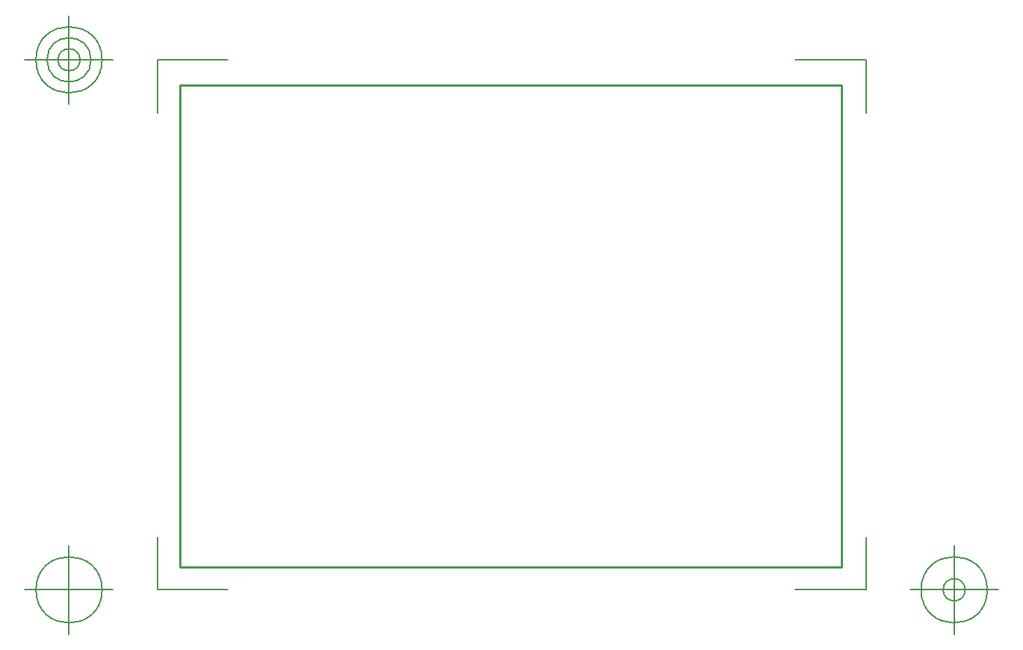
<source format=gbr>
G04 Generated by Ultiboard 13.0 *
%FSLAX25Y25*%
%MOIN*%

%ADD11C,0.01000*%
%ADD12C,0.00500*%


G04 ColorRGB 00FFFF for the following layer *
%LNBoard Outline*%
%LPD*%
G54D10*
G54D11*
X-500Y1575D02*
X294776Y1575D01*
X294776Y216535D01*
X-500Y216535D01*
X-500Y1575D01*
G54D12*
X-10557Y-8589D02*
X-10557Y15058D01*
X-10557Y-8589D02*
X21082Y-8589D01*
X305833Y-8589D02*
X274194Y-8589D01*
X305833Y-8589D02*
X305833Y15058D01*
X305833Y227880D02*
X305833Y204233D01*
X305833Y227880D02*
X274194Y227880D01*
X-10557Y227880D02*
X21082Y227880D01*
X-10557Y227880D02*
X-10557Y204233D01*
X-30243Y-8589D02*
X-69613Y-8589D01*
X-49928Y-28274D02*
X-49928Y11096D01*
X-64691Y-8589D02*
G75*
D01*
G02X-64691Y-8589I14763J0*
G01*
X325518Y-8589D02*
X364888Y-8589D01*
X345203Y-28274D02*
X345203Y11096D01*
X330439Y-8589D02*
G75*
D01*
G02X330439Y-8589I14764J0*
G01*
X340282Y-8589D02*
G75*
D01*
G02X340282Y-8589I4921J0*
G01*
X-30243Y227880D02*
X-69613Y227880D01*
X-49928Y208195D02*
X-49928Y247565D01*
X-64691Y227880D02*
G75*
D01*
G02X-64691Y227880I14763J0*
G01*
X-59770Y227880D02*
G75*
D01*
G02X-59770Y227880I9842J0*
G01*
X-54849Y227880D02*
G75*
D01*
G02X-54849Y227880I4921J0*
G01*

M02*

</source>
